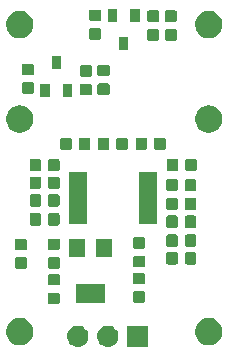
<source format=gts>
G04 #@! TF.GenerationSoftware,KiCad,Pcbnew,(5.1.2)-1*
G04 #@! TF.CreationDate,2020-07-25T21:03:26+09:00*
G04 #@! TF.ProjectId,cs,63732e6b-6963-4616-945f-706362585858,v1.1*
G04 #@! TF.SameCoordinates,Original*
G04 #@! TF.FileFunction,Soldermask,Top*
G04 #@! TF.FilePolarity,Negative*
%FSLAX46Y46*%
G04 Gerber Fmt 4.6, Leading zero omitted, Abs format (unit mm)*
G04 Created by KiCad (PCBNEW (5.1.2)-1) date 2020-07-25 21:03:26*
%MOMM*%
%LPD*%
G04 APERTURE LIST*
%ADD10C,0.100000*%
G04 APERTURE END LIST*
D10*
G36*
X142030442Y-137505518D02*
G01*
X142096627Y-137512037D01*
X142266466Y-137563557D01*
X142422991Y-137647222D01*
X142443759Y-137664266D01*
X142560186Y-137759814D01*
X142643448Y-137861271D01*
X142672778Y-137897009D01*
X142756443Y-138053534D01*
X142807963Y-138223373D01*
X142825359Y-138400000D01*
X142807963Y-138576627D01*
X142756443Y-138746466D01*
X142672778Y-138902991D01*
X142643448Y-138938729D01*
X142560186Y-139040186D01*
X142479054Y-139106768D01*
X142422991Y-139152778D01*
X142266466Y-139236443D01*
X142096627Y-139287963D01*
X142030443Y-139294481D01*
X141964260Y-139301000D01*
X141875740Y-139301000D01*
X141809557Y-139294481D01*
X141743373Y-139287963D01*
X141573534Y-139236443D01*
X141417009Y-139152778D01*
X141360946Y-139106768D01*
X141279814Y-139040186D01*
X141196552Y-138938729D01*
X141167222Y-138902991D01*
X141083557Y-138746466D01*
X141032037Y-138576627D01*
X141014641Y-138400000D01*
X141032037Y-138223373D01*
X141083557Y-138053534D01*
X141167222Y-137897009D01*
X141196552Y-137861271D01*
X141279814Y-137759814D01*
X141396241Y-137664266D01*
X141417009Y-137647222D01*
X141573534Y-137563557D01*
X141743373Y-137512037D01*
X141809558Y-137505518D01*
X141875740Y-137499000D01*
X141964260Y-137499000D01*
X142030442Y-137505518D01*
X142030442Y-137505518D01*
G37*
G36*
X144570442Y-137505518D02*
G01*
X144636627Y-137512037D01*
X144806466Y-137563557D01*
X144962991Y-137647222D01*
X144983759Y-137664266D01*
X145100186Y-137759814D01*
X145183448Y-137861271D01*
X145212778Y-137897009D01*
X145296443Y-138053534D01*
X145347963Y-138223373D01*
X145365359Y-138400000D01*
X145347963Y-138576627D01*
X145296443Y-138746466D01*
X145212778Y-138902991D01*
X145183448Y-138938729D01*
X145100186Y-139040186D01*
X145019054Y-139106768D01*
X144962991Y-139152778D01*
X144806466Y-139236443D01*
X144636627Y-139287963D01*
X144570443Y-139294481D01*
X144504260Y-139301000D01*
X144415740Y-139301000D01*
X144349557Y-139294481D01*
X144283373Y-139287963D01*
X144113534Y-139236443D01*
X143957009Y-139152778D01*
X143900946Y-139106768D01*
X143819814Y-139040186D01*
X143736552Y-138938729D01*
X143707222Y-138902991D01*
X143623557Y-138746466D01*
X143572037Y-138576627D01*
X143554641Y-138400000D01*
X143572037Y-138223373D01*
X143623557Y-138053534D01*
X143707222Y-137897009D01*
X143736552Y-137861271D01*
X143819814Y-137759814D01*
X143936241Y-137664266D01*
X143957009Y-137647222D01*
X144113534Y-137563557D01*
X144283373Y-137512037D01*
X144349558Y-137505518D01*
X144415740Y-137499000D01*
X144504260Y-137499000D01*
X144570442Y-137505518D01*
X144570442Y-137505518D01*
G37*
G36*
X147901000Y-139301000D02*
G01*
X146099000Y-139301000D01*
X146099000Y-137499000D01*
X147901000Y-137499000D01*
X147901000Y-139301000D01*
X147901000Y-139301000D01*
G37*
G36*
X153224549Y-136871116D02*
G01*
X153335734Y-136893232D01*
X153545203Y-136979997D01*
X153733720Y-137105960D01*
X153894040Y-137266280D01*
X154020003Y-137454797D01*
X154106768Y-137664266D01*
X154151000Y-137886636D01*
X154151000Y-138113364D01*
X154106768Y-138335734D01*
X154020003Y-138545203D01*
X153894040Y-138733720D01*
X153733720Y-138894040D01*
X153545203Y-139020003D01*
X153335734Y-139106768D01*
X153224549Y-139128884D01*
X153113365Y-139151000D01*
X152886635Y-139151000D01*
X152775451Y-139128884D01*
X152664266Y-139106768D01*
X152454797Y-139020003D01*
X152266280Y-138894040D01*
X152105960Y-138733720D01*
X151979997Y-138545203D01*
X151893232Y-138335734D01*
X151849000Y-138113364D01*
X151849000Y-137886636D01*
X151893232Y-137664266D01*
X151979997Y-137454797D01*
X152105960Y-137266280D01*
X152266280Y-137105960D01*
X152454797Y-136979997D01*
X152664266Y-136893232D01*
X152775451Y-136871116D01*
X152886635Y-136849000D01*
X153113365Y-136849000D01*
X153224549Y-136871116D01*
X153224549Y-136871116D01*
G37*
G36*
X137224549Y-136871116D02*
G01*
X137335734Y-136893232D01*
X137545203Y-136979997D01*
X137733720Y-137105960D01*
X137894040Y-137266280D01*
X138020003Y-137454797D01*
X138106768Y-137664266D01*
X138151000Y-137886636D01*
X138151000Y-138113364D01*
X138106768Y-138335734D01*
X138020003Y-138545203D01*
X137894040Y-138733720D01*
X137733720Y-138894040D01*
X137545203Y-139020003D01*
X137335734Y-139106768D01*
X137224549Y-139128884D01*
X137113365Y-139151000D01*
X136886635Y-139151000D01*
X136775451Y-139128884D01*
X136664266Y-139106768D01*
X136454797Y-139020003D01*
X136266280Y-138894040D01*
X136105960Y-138733720D01*
X135979997Y-138545203D01*
X135893232Y-138335734D01*
X135849000Y-138113364D01*
X135849000Y-137886636D01*
X135893232Y-137664266D01*
X135979997Y-137454797D01*
X136105960Y-137266280D01*
X136266280Y-137105960D01*
X136454797Y-136979997D01*
X136664266Y-136893232D01*
X136775451Y-136871116D01*
X136886635Y-136849000D01*
X137113365Y-136849000D01*
X137224549Y-136871116D01*
X137224549Y-136871116D01*
G37*
G36*
X140279591Y-134703085D02*
G01*
X140313569Y-134713393D01*
X140344890Y-134730134D01*
X140372339Y-134752661D01*
X140394866Y-134780110D01*
X140411607Y-134811431D01*
X140421915Y-134845409D01*
X140426000Y-134886890D01*
X140426000Y-135488110D01*
X140421915Y-135529591D01*
X140411607Y-135563569D01*
X140394866Y-135594890D01*
X140372339Y-135622339D01*
X140344890Y-135644866D01*
X140313569Y-135661607D01*
X140279591Y-135671915D01*
X140238110Y-135676000D01*
X139561890Y-135676000D01*
X139520409Y-135671915D01*
X139486431Y-135661607D01*
X139455110Y-135644866D01*
X139427661Y-135622339D01*
X139405134Y-135594890D01*
X139388393Y-135563569D01*
X139378085Y-135529591D01*
X139374000Y-135488110D01*
X139374000Y-134886890D01*
X139378085Y-134845409D01*
X139388393Y-134811431D01*
X139405134Y-134780110D01*
X139427661Y-134752661D01*
X139455110Y-134730134D01*
X139486431Y-134713393D01*
X139520409Y-134703085D01*
X139561890Y-134699000D01*
X140238110Y-134699000D01*
X140279591Y-134703085D01*
X140279591Y-134703085D01*
G37*
G36*
X144200350Y-135598620D02*
G01*
X141799650Y-135598620D01*
X141799650Y-133998020D01*
X144200350Y-133998020D01*
X144200350Y-135598620D01*
X144200350Y-135598620D01*
G37*
G36*
X147479591Y-134591085D02*
G01*
X147513569Y-134601393D01*
X147544890Y-134618134D01*
X147572339Y-134640661D01*
X147594866Y-134668110D01*
X147611607Y-134699431D01*
X147621915Y-134733409D01*
X147626000Y-134774890D01*
X147626000Y-135376110D01*
X147621915Y-135417591D01*
X147611607Y-135451569D01*
X147594866Y-135482890D01*
X147572339Y-135510339D01*
X147544890Y-135532866D01*
X147513569Y-135549607D01*
X147479591Y-135559915D01*
X147438110Y-135564000D01*
X146761890Y-135564000D01*
X146720409Y-135559915D01*
X146686431Y-135549607D01*
X146655110Y-135532866D01*
X146627661Y-135510339D01*
X146605134Y-135482890D01*
X146588393Y-135451569D01*
X146578085Y-135417591D01*
X146574000Y-135376110D01*
X146574000Y-134774890D01*
X146578085Y-134733409D01*
X146588393Y-134699431D01*
X146605134Y-134668110D01*
X146627661Y-134640661D01*
X146655110Y-134618134D01*
X146686431Y-134601393D01*
X146720409Y-134591085D01*
X146761890Y-134587000D01*
X147438110Y-134587000D01*
X147479591Y-134591085D01*
X147479591Y-134591085D01*
G37*
G36*
X140279591Y-133128085D02*
G01*
X140313569Y-133138393D01*
X140344890Y-133155134D01*
X140372339Y-133177661D01*
X140394866Y-133205110D01*
X140411607Y-133236431D01*
X140421915Y-133270409D01*
X140426000Y-133311890D01*
X140426000Y-133913110D01*
X140421915Y-133954591D01*
X140411607Y-133988569D01*
X140394866Y-134019890D01*
X140372339Y-134047339D01*
X140344890Y-134069866D01*
X140313569Y-134086607D01*
X140279591Y-134096915D01*
X140238110Y-134101000D01*
X139561890Y-134101000D01*
X139520409Y-134096915D01*
X139486431Y-134086607D01*
X139455110Y-134069866D01*
X139427661Y-134047339D01*
X139405134Y-134019890D01*
X139388393Y-133988569D01*
X139378085Y-133954591D01*
X139374000Y-133913110D01*
X139374000Y-133311890D01*
X139378085Y-133270409D01*
X139388393Y-133236431D01*
X139405134Y-133205110D01*
X139427661Y-133177661D01*
X139455110Y-133155134D01*
X139486431Y-133138393D01*
X139520409Y-133128085D01*
X139561890Y-133124000D01*
X140238110Y-133124000D01*
X140279591Y-133128085D01*
X140279591Y-133128085D01*
G37*
G36*
X147479591Y-133016085D02*
G01*
X147513569Y-133026393D01*
X147544890Y-133043134D01*
X147572339Y-133065661D01*
X147594866Y-133093110D01*
X147611607Y-133124431D01*
X147621915Y-133158409D01*
X147626000Y-133199890D01*
X147626000Y-133801110D01*
X147621915Y-133842591D01*
X147611607Y-133876569D01*
X147594866Y-133907890D01*
X147572339Y-133935339D01*
X147544890Y-133957866D01*
X147513569Y-133974607D01*
X147479591Y-133984915D01*
X147438110Y-133989000D01*
X146761890Y-133989000D01*
X146720409Y-133984915D01*
X146686431Y-133974607D01*
X146655110Y-133957866D01*
X146627661Y-133935339D01*
X146605134Y-133907890D01*
X146588393Y-133876569D01*
X146578085Y-133842591D01*
X146574000Y-133801110D01*
X146574000Y-133199890D01*
X146578085Y-133158409D01*
X146588393Y-133124431D01*
X146605134Y-133093110D01*
X146627661Y-133065661D01*
X146655110Y-133043134D01*
X146686431Y-133026393D01*
X146720409Y-133016085D01*
X146761890Y-133012000D01*
X147438110Y-133012000D01*
X147479591Y-133016085D01*
X147479591Y-133016085D01*
G37*
G36*
X137479591Y-131715085D02*
G01*
X137513569Y-131725393D01*
X137544890Y-131742134D01*
X137572339Y-131764661D01*
X137594866Y-131792110D01*
X137611607Y-131823431D01*
X137621915Y-131857409D01*
X137626000Y-131898890D01*
X137626000Y-132500110D01*
X137621915Y-132541591D01*
X137611607Y-132575569D01*
X137594866Y-132606890D01*
X137572339Y-132634339D01*
X137544890Y-132656866D01*
X137513569Y-132673607D01*
X137479591Y-132683915D01*
X137438110Y-132688000D01*
X136761890Y-132688000D01*
X136720409Y-132683915D01*
X136686431Y-132673607D01*
X136655110Y-132656866D01*
X136627661Y-132634339D01*
X136605134Y-132606890D01*
X136588393Y-132575569D01*
X136578085Y-132541591D01*
X136574000Y-132500110D01*
X136574000Y-131898890D01*
X136578085Y-131857409D01*
X136588393Y-131823431D01*
X136605134Y-131792110D01*
X136627661Y-131764661D01*
X136655110Y-131742134D01*
X136686431Y-131725393D01*
X136720409Y-131715085D01*
X136761890Y-131711000D01*
X137438110Y-131711000D01*
X137479591Y-131715085D01*
X137479591Y-131715085D01*
G37*
G36*
X140279591Y-131703085D02*
G01*
X140313569Y-131713393D01*
X140344890Y-131730134D01*
X140372339Y-131752661D01*
X140394866Y-131780110D01*
X140411607Y-131811431D01*
X140421915Y-131845409D01*
X140426000Y-131886890D01*
X140426000Y-132488110D01*
X140421915Y-132529591D01*
X140411607Y-132563569D01*
X140394866Y-132594890D01*
X140372339Y-132622339D01*
X140344890Y-132644866D01*
X140313569Y-132661607D01*
X140279591Y-132671915D01*
X140238110Y-132676000D01*
X139561890Y-132676000D01*
X139520409Y-132671915D01*
X139486431Y-132661607D01*
X139455110Y-132644866D01*
X139427661Y-132622339D01*
X139405134Y-132594890D01*
X139388393Y-132563569D01*
X139378085Y-132529591D01*
X139374000Y-132488110D01*
X139374000Y-131886890D01*
X139378085Y-131845409D01*
X139388393Y-131811431D01*
X139405134Y-131780110D01*
X139427661Y-131752661D01*
X139455110Y-131730134D01*
X139486431Y-131713393D01*
X139520409Y-131703085D01*
X139561890Y-131699000D01*
X140238110Y-131699000D01*
X140279591Y-131703085D01*
X140279591Y-131703085D01*
G37*
G36*
X147504591Y-131591085D02*
G01*
X147538569Y-131601393D01*
X147569890Y-131618134D01*
X147597339Y-131640661D01*
X147619866Y-131668110D01*
X147636607Y-131699431D01*
X147646915Y-131733409D01*
X147651000Y-131774890D01*
X147651000Y-132376110D01*
X147646915Y-132417591D01*
X147636607Y-132451569D01*
X147619866Y-132482890D01*
X147597339Y-132510339D01*
X147569890Y-132532866D01*
X147538569Y-132549607D01*
X147504591Y-132559915D01*
X147463110Y-132564000D01*
X146786890Y-132564000D01*
X146745409Y-132559915D01*
X146711431Y-132549607D01*
X146680110Y-132532866D01*
X146652661Y-132510339D01*
X146630134Y-132482890D01*
X146613393Y-132451569D01*
X146603085Y-132417591D01*
X146599000Y-132376110D01*
X146599000Y-131774890D01*
X146603085Y-131733409D01*
X146613393Y-131699431D01*
X146630134Y-131668110D01*
X146652661Y-131640661D01*
X146680110Y-131618134D01*
X146711431Y-131601393D01*
X146745409Y-131591085D01*
X146786890Y-131587000D01*
X147463110Y-131587000D01*
X147504591Y-131591085D01*
X147504591Y-131591085D01*
G37*
G36*
X151817591Y-131278085D02*
G01*
X151851569Y-131288393D01*
X151882890Y-131305134D01*
X151910339Y-131327661D01*
X151932866Y-131355110D01*
X151949607Y-131386431D01*
X151959915Y-131420409D01*
X151964000Y-131461890D01*
X151964000Y-132138110D01*
X151959915Y-132179591D01*
X151949607Y-132213569D01*
X151932866Y-132244890D01*
X151910339Y-132272339D01*
X151882890Y-132294866D01*
X151851569Y-132311607D01*
X151817591Y-132321915D01*
X151776110Y-132326000D01*
X151174890Y-132326000D01*
X151133409Y-132321915D01*
X151099431Y-132311607D01*
X151068110Y-132294866D01*
X151040661Y-132272339D01*
X151018134Y-132244890D01*
X151001393Y-132213569D01*
X150991085Y-132179591D01*
X150987000Y-132138110D01*
X150987000Y-131461890D01*
X150991085Y-131420409D01*
X151001393Y-131386431D01*
X151018134Y-131355110D01*
X151040661Y-131327661D01*
X151068110Y-131305134D01*
X151099431Y-131288393D01*
X151133409Y-131278085D01*
X151174890Y-131274000D01*
X151776110Y-131274000D01*
X151817591Y-131278085D01*
X151817591Y-131278085D01*
G37*
G36*
X150242591Y-131278085D02*
G01*
X150276569Y-131288393D01*
X150307890Y-131305134D01*
X150335339Y-131327661D01*
X150357866Y-131355110D01*
X150374607Y-131386431D01*
X150384915Y-131420409D01*
X150389000Y-131461890D01*
X150389000Y-132138110D01*
X150384915Y-132179591D01*
X150374607Y-132213569D01*
X150357866Y-132244890D01*
X150335339Y-132272339D01*
X150307890Y-132294866D01*
X150276569Y-132311607D01*
X150242591Y-132321915D01*
X150201110Y-132326000D01*
X149599890Y-132326000D01*
X149558409Y-132321915D01*
X149524431Y-132311607D01*
X149493110Y-132294866D01*
X149465661Y-132272339D01*
X149443134Y-132244890D01*
X149426393Y-132213569D01*
X149416085Y-132179591D01*
X149412000Y-132138110D01*
X149412000Y-131461890D01*
X149416085Y-131420409D01*
X149426393Y-131386431D01*
X149443134Y-131355110D01*
X149465661Y-131327661D01*
X149493110Y-131305134D01*
X149524431Y-131288393D01*
X149558409Y-131278085D01*
X149599890Y-131274000D01*
X150201110Y-131274000D01*
X150242591Y-131278085D01*
X150242591Y-131278085D01*
G37*
G36*
X142551890Y-131700990D02*
G01*
X141151950Y-131700990D01*
X141151950Y-130199450D01*
X142551890Y-130199450D01*
X142551890Y-131700990D01*
X142551890Y-131700990D01*
G37*
G36*
X144848050Y-131700990D02*
G01*
X143448110Y-131700990D01*
X143448110Y-130199450D01*
X144848050Y-130199450D01*
X144848050Y-131700990D01*
X144848050Y-131700990D01*
G37*
G36*
X137479591Y-130140085D02*
G01*
X137513569Y-130150393D01*
X137544890Y-130167134D01*
X137572339Y-130189661D01*
X137594866Y-130217110D01*
X137611607Y-130248431D01*
X137621915Y-130282409D01*
X137626000Y-130323890D01*
X137626000Y-130925110D01*
X137621915Y-130966591D01*
X137611607Y-131000569D01*
X137594866Y-131031890D01*
X137572339Y-131059339D01*
X137544890Y-131081866D01*
X137513569Y-131098607D01*
X137479591Y-131108915D01*
X137438110Y-131113000D01*
X136761890Y-131113000D01*
X136720409Y-131108915D01*
X136686431Y-131098607D01*
X136655110Y-131081866D01*
X136627661Y-131059339D01*
X136605134Y-131031890D01*
X136588393Y-131000569D01*
X136578085Y-130966591D01*
X136574000Y-130925110D01*
X136574000Y-130323890D01*
X136578085Y-130282409D01*
X136588393Y-130248431D01*
X136605134Y-130217110D01*
X136627661Y-130189661D01*
X136655110Y-130167134D01*
X136686431Y-130150393D01*
X136720409Y-130140085D01*
X136761890Y-130136000D01*
X137438110Y-130136000D01*
X137479591Y-130140085D01*
X137479591Y-130140085D01*
G37*
G36*
X140279591Y-130128085D02*
G01*
X140313569Y-130138393D01*
X140344890Y-130155134D01*
X140372339Y-130177661D01*
X140394866Y-130205110D01*
X140411607Y-130236431D01*
X140421915Y-130270409D01*
X140426000Y-130311890D01*
X140426000Y-130913110D01*
X140421915Y-130954591D01*
X140411607Y-130988569D01*
X140394866Y-131019890D01*
X140372339Y-131047339D01*
X140344890Y-131069866D01*
X140313569Y-131086607D01*
X140279591Y-131096915D01*
X140238110Y-131101000D01*
X139561890Y-131101000D01*
X139520409Y-131096915D01*
X139486431Y-131086607D01*
X139455110Y-131069866D01*
X139427661Y-131047339D01*
X139405134Y-131019890D01*
X139388393Y-130988569D01*
X139378085Y-130954591D01*
X139374000Y-130913110D01*
X139374000Y-130311890D01*
X139378085Y-130270409D01*
X139388393Y-130236431D01*
X139405134Y-130205110D01*
X139427661Y-130177661D01*
X139455110Y-130155134D01*
X139486431Y-130138393D01*
X139520409Y-130128085D01*
X139561890Y-130124000D01*
X140238110Y-130124000D01*
X140279591Y-130128085D01*
X140279591Y-130128085D01*
G37*
G36*
X147504591Y-130016085D02*
G01*
X147538569Y-130026393D01*
X147569890Y-130043134D01*
X147597339Y-130065661D01*
X147619866Y-130093110D01*
X147636607Y-130124431D01*
X147646915Y-130158409D01*
X147651000Y-130199890D01*
X147651000Y-130801110D01*
X147646915Y-130842591D01*
X147636607Y-130876569D01*
X147619866Y-130907890D01*
X147597339Y-130935339D01*
X147569890Y-130957866D01*
X147538569Y-130974607D01*
X147504591Y-130984915D01*
X147463110Y-130989000D01*
X146786890Y-130989000D01*
X146745409Y-130984915D01*
X146711431Y-130974607D01*
X146680110Y-130957866D01*
X146652661Y-130935339D01*
X146630134Y-130907890D01*
X146613393Y-130876569D01*
X146603085Y-130842591D01*
X146599000Y-130801110D01*
X146599000Y-130199890D01*
X146603085Y-130158409D01*
X146613393Y-130124431D01*
X146630134Y-130093110D01*
X146652661Y-130065661D01*
X146680110Y-130043134D01*
X146711431Y-130026393D01*
X146745409Y-130016085D01*
X146786890Y-130012000D01*
X147463110Y-130012000D01*
X147504591Y-130016085D01*
X147504591Y-130016085D01*
G37*
G36*
X150242591Y-129778085D02*
G01*
X150276569Y-129788393D01*
X150307890Y-129805134D01*
X150335339Y-129827661D01*
X150357866Y-129855110D01*
X150374607Y-129886431D01*
X150384915Y-129920409D01*
X150389000Y-129961890D01*
X150389000Y-130638110D01*
X150384915Y-130679591D01*
X150374607Y-130713569D01*
X150357866Y-130744890D01*
X150335339Y-130772339D01*
X150307890Y-130794866D01*
X150276569Y-130811607D01*
X150242591Y-130821915D01*
X150201110Y-130826000D01*
X149599890Y-130826000D01*
X149558409Y-130821915D01*
X149524431Y-130811607D01*
X149493110Y-130794866D01*
X149465661Y-130772339D01*
X149443134Y-130744890D01*
X149426393Y-130713569D01*
X149416085Y-130679591D01*
X149412000Y-130638110D01*
X149412000Y-129961890D01*
X149416085Y-129920409D01*
X149426393Y-129886431D01*
X149443134Y-129855110D01*
X149465661Y-129827661D01*
X149493110Y-129805134D01*
X149524431Y-129788393D01*
X149558409Y-129778085D01*
X149599890Y-129774000D01*
X150201110Y-129774000D01*
X150242591Y-129778085D01*
X150242591Y-129778085D01*
G37*
G36*
X151817591Y-129778085D02*
G01*
X151851569Y-129788393D01*
X151882890Y-129805134D01*
X151910339Y-129827661D01*
X151932866Y-129855110D01*
X151949607Y-129886431D01*
X151959915Y-129920409D01*
X151964000Y-129961890D01*
X151964000Y-130638110D01*
X151959915Y-130679591D01*
X151949607Y-130713569D01*
X151932866Y-130744890D01*
X151910339Y-130772339D01*
X151882890Y-130794866D01*
X151851569Y-130811607D01*
X151817591Y-130821915D01*
X151776110Y-130826000D01*
X151174890Y-130826000D01*
X151133409Y-130821915D01*
X151099431Y-130811607D01*
X151068110Y-130794866D01*
X151040661Y-130772339D01*
X151018134Y-130744890D01*
X151001393Y-130713569D01*
X150991085Y-130679591D01*
X150987000Y-130638110D01*
X150987000Y-129961890D01*
X150991085Y-129920409D01*
X151001393Y-129886431D01*
X151018134Y-129855110D01*
X151040661Y-129827661D01*
X151068110Y-129805134D01*
X151099431Y-129788393D01*
X151133409Y-129778085D01*
X151174890Y-129774000D01*
X151776110Y-129774000D01*
X151817591Y-129778085D01*
X151817591Y-129778085D01*
G37*
G36*
X150242591Y-128178085D02*
G01*
X150276569Y-128188393D01*
X150307890Y-128205134D01*
X150335339Y-128227661D01*
X150357866Y-128255110D01*
X150374607Y-128286431D01*
X150384915Y-128320409D01*
X150389000Y-128361890D01*
X150389000Y-129038110D01*
X150384915Y-129079591D01*
X150374607Y-129113569D01*
X150357866Y-129144890D01*
X150335339Y-129172339D01*
X150307890Y-129194866D01*
X150276569Y-129211607D01*
X150242591Y-129221915D01*
X150201110Y-129226000D01*
X149599890Y-129226000D01*
X149558409Y-129221915D01*
X149524431Y-129211607D01*
X149493110Y-129194866D01*
X149465661Y-129172339D01*
X149443134Y-129144890D01*
X149426393Y-129113569D01*
X149416085Y-129079591D01*
X149412000Y-129038110D01*
X149412000Y-128361890D01*
X149416085Y-128320409D01*
X149426393Y-128286431D01*
X149443134Y-128255110D01*
X149465661Y-128227661D01*
X149493110Y-128205134D01*
X149524431Y-128188393D01*
X149558409Y-128178085D01*
X149599890Y-128174000D01*
X150201110Y-128174000D01*
X150242591Y-128178085D01*
X150242591Y-128178085D01*
G37*
G36*
X151817591Y-128178085D02*
G01*
X151851569Y-128188393D01*
X151882890Y-128205134D01*
X151910339Y-128227661D01*
X151932866Y-128255110D01*
X151949607Y-128286431D01*
X151959915Y-128320409D01*
X151964000Y-128361890D01*
X151964000Y-129038110D01*
X151959915Y-129079591D01*
X151949607Y-129113569D01*
X151932866Y-129144890D01*
X151910339Y-129172339D01*
X151882890Y-129194866D01*
X151851569Y-129211607D01*
X151817591Y-129221915D01*
X151776110Y-129226000D01*
X151174890Y-129226000D01*
X151133409Y-129221915D01*
X151099431Y-129211607D01*
X151068110Y-129194866D01*
X151040661Y-129172339D01*
X151018134Y-129144890D01*
X151001393Y-129113569D01*
X150991085Y-129079591D01*
X150987000Y-129038110D01*
X150987000Y-128361890D01*
X150991085Y-128320409D01*
X151001393Y-128286431D01*
X151018134Y-128255110D01*
X151040661Y-128227661D01*
X151068110Y-128205134D01*
X151099431Y-128188393D01*
X151133409Y-128178085D01*
X151174890Y-128174000D01*
X151776110Y-128174000D01*
X151817591Y-128178085D01*
X151817591Y-128178085D01*
G37*
G36*
X138666591Y-127978085D02*
G01*
X138700569Y-127988393D01*
X138731890Y-128005134D01*
X138759339Y-128027661D01*
X138781866Y-128055110D01*
X138798607Y-128086431D01*
X138808915Y-128120409D01*
X138813000Y-128161890D01*
X138813000Y-128838110D01*
X138808915Y-128879591D01*
X138798607Y-128913569D01*
X138781866Y-128944890D01*
X138759339Y-128972339D01*
X138731890Y-128994866D01*
X138700569Y-129011607D01*
X138666591Y-129021915D01*
X138625110Y-129026000D01*
X138023890Y-129026000D01*
X137982409Y-129021915D01*
X137948431Y-129011607D01*
X137917110Y-128994866D01*
X137889661Y-128972339D01*
X137867134Y-128944890D01*
X137850393Y-128913569D01*
X137840085Y-128879591D01*
X137836000Y-128838110D01*
X137836000Y-128161890D01*
X137840085Y-128120409D01*
X137850393Y-128086431D01*
X137867134Y-128055110D01*
X137889661Y-128027661D01*
X137917110Y-128005134D01*
X137948431Y-127988393D01*
X137982409Y-127978085D01*
X138023890Y-127974000D01*
X138625110Y-127974000D01*
X138666591Y-127978085D01*
X138666591Y-127978085D01*
G37*
G36*
X140241591Y-127978085D02*
G01*
X140275569Y-127988393D01*
X140306890Y-128005134D01*
X140334339Y-128027661D01*
X140356866Y-128055110D01*
X140373607Y-128086431D01*
X140383915Y-128120409D01*
X140388000Y-128161890D01*
X140388000Y-128838110D01*
X140383915Y-128879591D01*
X140373607Y-128913569D01*
X140356866Y-128944890D01*
X140334339Y-128972339D01*
X140306890Y-128994866D01*
X140275569Y-129011607D01*
X140241591Y-129021915D01*
X140200110Y-129026000D01*
X139598890Y-129026000D01*
X139557409Y-129021915D01*
X139523431Y-129011607D01*
X139492110Y-128994866D01*
X139464661Y-128972339D01*
X139442134Y-128944890D01*
X139425393Y-128913569D01*
X139415085Y-128879591D01*
X139411000Y-128838110D01*
X139411000Y-128161890D01*
X139415085Y-128120409D01*
X139425393Y-128086431D01*
X139442134Y-128055110D01*
X139464661Y-128027661D01*
X139492110Y-128005134D01*
X139523431Y-127988393D01*
X139557409Y-127978085D01*
X139598890Y-127974000D01*
X140200110Y-127974000D01*
X140241591Y-127978085D01*
X140241591Y-127978085D01*
G37*
G36*
X142726000Y-128926000D02*
G01*
X141174000Y-128926000D01*
X141174000Y-124474000D01*
X142726000Y-124474000D01*
X142726000Y-128926000D01*
X142726000Y-128926000D01*
G37*
G36*
X148626000Y-128926000D02*
G01*
X147074000Y-128926000D01*
X147074000Y-124474000D01*
X148626000Y-124474000D01*
X148626000Y-128926000D01*
X148626000Y-128926000D01*
G37*
G36*
X150242591Y-126678085D02*
G01*
X150276569Y-126688393D01*
X150307890Y-126705134D01*
X150335339Y-126727661D01*
X150357866Y-126755110D01*
X150374607Y-126786431D01*
X150384915Y-126820409D01*
X150389000Y-126861890D01*
X150389000Y-127538110D01*
X150384915Y-127579591D01*
X150374607Y-127613569D01*
X150357866Y-127644890D01*
X150335339Y-127672339D01*
X150307890Y-127694866D01*
X150276569Y-127711607D01*
X150242591Y-127721915D01*
X150201110Y-127726000D01*
X149599890Y-127726000D01*
X149558409Y-127721915D01*
X149524431Y-127711607D01*
X149493110Y-127694866D01*
X149465661Y-127672339D01*
X149443134Y-127644890D01*
X149426393Y-127613569D01*
X149416085Y-127579591D01*
X149412000Y-127538110D01*
X149412000Y-126861890D01*
X149416085Y-126820409D01*
X149426393Y-126786431D01*
X149443134Y-126755110D01*
X149465661Y-126727661D01*
X149493110Y-126705134D01*
X149524431Y-126688393D01*
X149558409Y-126678085D01*
X149599890Y-126674000D01*
X150201110Y-126674000D01*
X150242591Y-126678085D01*
X150242591Y-126678085D01*
G37*
G36*
X151817591Y-126678085D02*
G01*
X151851569Y-126688393D01*
X151882890Y-126705134D01*
X151910339Y-126727661D01*
X151932866Y-126755110D01*
X151949607Y-126786431D01*
X151959915Y-126820409D01*
X151964000Y-126861890D01*
X151964000Y-127538110D01*
X151959915Y-127579591D01*
X151949607Y-127613569D01*
X151932866Y-127644890D01*
X151910339Y-127672339D01*
X151882890Y-127694866D01*
X151851569Y-127711607D01*
X151817591Y-127721915D01*
X151776110Y-127726000D01*
X151174890Y-127726000D01*
X151133409Y-127721915D01*
X151099431Y-127711607D01*
X151068110Y-127694866D01*
X151040661Y-127672339D01*
X151018134Y-127644890D01*
X151001393Y-127613569D01*
X150991085Y-127579591D01*
X150987000Y-127538110D01*
X150987000Y-126861890D01*
X150991085Y-126820409D01*
X151001393Y-126786431D01*
X151018134Y-126755110D01*
X151040661Y-126727661D01*
X151068110Y-126705134D01*
X151099431Y-126688393D01*
X151133409Y-126678085D01*
X151174890Y-126674000D01*
X151776110Y-126674000D01*
X151817591Y-126678085D01*
X151817591Y-126678085D01*
G37*
G36*
X140241591Y-126378085D02*
G01*
X140275569Y-126388393D01*
X140306890Y-126405134D01*
X140334339Y-126427661D01*
X140356866Y-126455110D01*
X140373607Y-126486431D01*
X140383915Y-126520409D01*
X140388000Y-126561890D01*
X140388000Y-127238110D01*
X140383915Y-127279591D01*
X140373607Y-127313569D01*
X140356866Y-127344890D01*
X140334339Y-127372339D01*
X140306890Y-127394866D01*
X140275569Y-127411607D01*
X140241591Y-127421915D01*
X140200110Y-127426000D01*
X139598890Y-127426000D01*
X139557409Y-127421915D01*
X139523431Y-127411607D01*
X139492110Y-127394866D01*
X139464661Y-127372339D01*
X139442134Y-127344890D01*
X139425393Y-127313569D01*
X139415085Y-127279591D01*
X139411000Y-127238110D01*
X139411000Y-126561890D01*
X139415085Y-126520409D01*
X139425393Y-126486431D01*
X139442134Y-126455110D01*
X139464661Y-126427661D01*
X139492110Y-126405134D01*
X139523431Y-126388393D01*
X139557409Y-126378085D01*
X139598890Y-126374000D01*
X140200110Y-126374000D01*
X140241591Y-126378085D01*
X140241591Y-126378085D01*
G37*
G36*
X138666591Y-126378085D02*
G01*
X138700569Y-126388393D01*
X138731890Y-126405134D01*
X138759339Y-126427661D01*
X138781866Y-126455110D01*
X138798607Y-126486431D01*
X138808915Y-126520409D01*
X138813000Y-126561890D01*
X138813000Y-127238110D01*
X138808915Y-127279591D01*
X138798607Y-127313569D01*
X138781866Y-127344890D01*
X138759339Y-127372339D01*
X138731890Y-127394866D01*
X138700569Y-127411607D01*
X138666591Y-127421915D01*
X138625110Y-127426000D01*
X138023890Y-127426000D01*
X137982409Y-127421915D01*
X137948431Y-127411607D01*
X137917110Y-127394866D01*
X137889661Y-127372339D01*
X137867134Y-127344890D01*
X137850393Y-127313569D01*
X137840085Y-127279591D01*
X137836000Y-127238110D01*
X137836000Y-126561890D01*
X137840085Y-126520409D01*
X137850393Y-126486431D01*
X137867134Y-126455110D01*
X137889661Y-126427661D01*
X137917110Y-126405134D01*
X137948431Y-126388393D01*
X137982409Y-126378085D01*
X138023890Y-126374000D01*
X138625110Y-126374000D01*
X138666591Y-126378085D01*
X138666591Y-126378085D01*
G37*
G36*
X150242591Y-125078085D02*
G01*
X150276569Y-125088393D01*
X150307890Y-125105134D01*
X150335339Y-125127661D01*
X150357866Y-125155110D01*
X150374607Y-125186431D01*
X150384915Y-125220409D01*
X150389000Y-125261890D01*
X150389000Y-125938110D01*
X150384915Y-125979591D01*
X150374607Y-126013569D01*
X150357866Y-126044890D01*
X150335339Y-126072339D01*
X150307890Y-126094866D01*
X150276569Y-126111607D01*
X150242591Y-126121915D01*
X150201110Y-126126000D01*
X149599890Y-126126000D01*
X149558409Y-126121915D01*
X149524431Y-126111607D01*
X149493110Y-126094866D01*
X149465661Y-126072339D01*
X149443134Y-126044890D01*
X149426393Y-126013569D01*
X149416085Y-125979591D01*
X149412000Y-125938110D01*
X149412000Y-125261890D01*
X149416085Y-125220409D01*
X149426393Y-125186431D01*
X149443134Y-125155110D01*
X149465661Y-125127661D01*
X149493110Y-125105134D01*
X149524431Y-125088393D01*
X149558409Y-125078085D01*
X149599890Y-125074000D01*
X150201110Y-125074000D01*
X150242591Y-125078085D01*
X150242591Y-125078085D01*
G37*
G36*
X151817591Y-125078085D02*
G01*
X151851569Y-125088393D01*
X151882890Y-125105134D01*
X151910339Y-125127661D01*
X151932866Y-125155110D01*
X151949607Y-125186431D01*
X151959915Y-125220409D01*
X151964000Y-125261890D01*
X151964000Y-125938110D01*
X151959915Y-125979591D01*
X151949607Y-126013569D01*
X151932866Y-126044890D01*
X151910339Y-126072339D01*
X151882890Y-126094866D01*
X151851569Y-126111607D01*
X151817591Y-126121915D01*
X151776110Y-126126000D01*
X151174890Y-126126000D01*
X151133409Y-126121915D01*
X151099431Y-126111607D01*
X151068110Y-126094866D01*
X151040661Y-126072339D01*
X151018134Y-126044890D01*
X151001393Y-126013569D01*
X150991085Y-125979591D01*
X150987000Y-125938110D01*
X150987000Y-125261890D01*
X150991085Y-125220409D01*
X151001393Y-125186431D01*
X151018134Y-125155110D01*
X151040661Y-125127661D01*
X151068110Y-125105134D01*
X151099431Y-125088393D01*
X151133409Y-125078085D01*
X151174890Y-125074000D01*
X151776110Y-125074000D01*
X151817591Y-125078085D01*
X151817591Y-125078085D01*
G37*
G36*
X138666591Y-124878085D02*
G01*
X138700569Y-124888393D01*
X138731890Y-124905134D01*
X138759339Y-124927661D01*
X138781866Y-124955110D01*
X138798607Y-124986431D01*
X138808915Y-125020409D01*
X138813000Y-125061890D01*
X138813000Y-125738110D01*
X138808915Y-125779591D01*
X138798607Y-125813569D01*
X138781866Y-125844890D01*
X138759339Y-125872339D01*
X138731890Y-125894866D01*
X138700569Y-125911607D01*
X138666591Y-125921915D01*
X138625110Y-125926000D01*
X138023890Y-125926000D01*
X137982409Y-125921915D01*
X137948431Y-125911607D01*
X137917110Y-125894866D01*
X137889661Y-125872339D01*
X137867134Y-125844890D01*
X137850393Y-125813569D01*
X137840085Y-125779591D01*
X137836000Y-125738110D01*
X137836000Y-125061890D01*
X137840085Y-125020409D01*
X137850393Y-124986431D01*
X137867134Y-124955110D01*
X137889661Y-124927661D01*
X137917110Y-124905134D01*
X137948431Y-124888393D01*
X137982409Y-124878085D01*
X138023890Y-124874000D01*
X138625110Y-124874000D01*
X138666591Y-124878085D01*
X138666591Y-124878085D01*
G37*
G36*
X140241591Y-124878085D02*
G01*
X140275569Y-124888393D01*
X140306890Y-124905134D01*
X140334339Y-124927661D01*
X140356866Y-124955110D01*
X140373607Y-124986431D01*
X140383915Y-125020409D01*
X140388000Y-125061890D01*
X140388000Y-125738110D01*
X140383915Y-125779591D01*
X140373607Y-125813569D01*
X140356866Y-125844890D01*
X140334339Y-125872339D01*
X140306890Y-125894866D01*
X140275569Y-125911607D01*
X140241591Y-125921915D01*
X140200110Y-125926000D01*
X139598890Y-125926000D01*
X139557409Y-125921915D01*
X139523431Y-125911607D01*
X139492110Y-125894866D01*
X139464661Y-125872339D01*
X139442134Y-125844890D01*
X139425393Y-125813569D01*
X139415085Y-125779591D01*
X139411000Y-125738110D01*
X139411000Y-125061890D01*
X139415085Y-125020409D01*
X139425393Y-124986431D01*
X139442134Y-124955110D01*
X139464661Y-124927661D01*
X139492110Y-124905134D01*
X139523431Y-124888393D01*
X139557409Y-124878085D01*
X139598890Y-124874000D01*
X140200110Y-124874000D01*
X140241591Y-124878085D01*
X140241591Y-124878085D01*
G37*
G36*
X140241591Y-123378085D02*
G01*
X140275569Y-123388393D01*
X140306890Y-123405134D01*
X140334339Y-123427661D01*
X140356866Y-123455110D01*
X140373607Y-123486431D01*
X140383915Y-123520409D01*
X140388000Y-123561890D01*
X140388000Y-124238110D01*
X140383915Y-124279591D01*
X140373607Y-124313569D01*
X140356866Y-124344890D01*
X140334339Y-124372339D01*
X140306890Y-124394866D01*
X140275569Y-124411607D01*
X140241591Y-124421915D01*
X140200110Y-124426000D01*
X139598890Y-124426000D01*
X139557409Y-124421915D01*
X139523431Y-124411607D01*
X139492110Y-124394866D01*
X139464661Y-124372339D01*
X139442134Y-124344890D01*
X139425393Y-124313569D01*
X139415085Y-124279591D01*
X139411000Y-124238110D01*
X139411000Y-123561890D01*
X139415085Y-123520409D01*
X139425393Y-123486431D01*
X139442134Y-123455110D01*
X139464661Y-123427661D01*
X139492110Y-123405134D01*
X139523431Y-123388393D01*
X139557409Y-123378085D01*
X139598890Y-123374000D01*
X140200110Y-123374000D01*
X140241591Y-123378085D01*
X140241591Y-123378085D01*
G37*
G36*
X138666591Y-123378085D02*
G01*
X138700569Y-123388393D01*
X138731890Y-123405134D01*
X138759339Y-123427661D01*
X138781866Y-123455110D01*
X138798607Y-123486431D01*
X138808915Y-123520409D01*
X138813000Y-123561890D01*
X138813000Y-124238110D01*
X138808915Y-124279591D01*
X138798607Y-124313569D01*
X138781866Y-124344890D01*
X138759339Y-124372339D01*
X138731890Y-124394866D01*
X138700569Y-124411607D01*
X138666591Y-124421915D01*
X138625110Y-124426000D01*
X138023890Y-124426000D01*
X137982409Y-124421915D01*
X137948431Y-124411607D01*
X137917110Y-124394866D01*
X137889661Y-124372339D01*
X137867134Y-124344890D01*
X137850393Y-124313569D01*
X137840085Y-124279591D01*
X137836000Y-124238110D01*
X137836000Y-123561890D01*
X137840085Y-123520409D01*
X137850393Y-123486431D01*
X137867134Y-123455110D01*
X137889661Y-123427661D01*
X137917110Y-123405134D01*
X137948431Y-123388393D01*
X137982409Y-123378085D01*
X138023890Y-123374000D01*
X138625110Y-123374000D01*
X138666591Y-123378085D01*
X138666591Y-123378085D01*
G37*
G36*
X151857591Y-123378085D02*
G01*
X151891569Y-123388393D01*
X151922890Y-123405134D01*
X151950339Y-123427661D01*
X151972866Y-123455110D01*
X151989607Y-123486431D01*
X151999915Y-123520409D01*
X152004000Y-123561890D01*
X152004000Y-124238110D01*
X151999915Y-124279591D01*
X151989607Y-124313569D01*
X151972866Y-124344890D01*
X151950339Y-124372339D01*
X151922890Y-124394866D01*
X151891569Y-124411607D01*
X151857591Y-124421915D01*
X151816110Y-124426000D01*
X151214890Y-124426000D01*
X151173409Y-124421915D01*
X151139431Y-124411607D01*
X151108110Y-124394866D01*
X151080661Y-124372339D01*
X151058134Y-124344890D01*
X151041393Y-124313569D01*
X151031085Y-124279591D01*
X151027000Y-124238110D01*
X151027000Y-123561890D01*
X151031085Y-123520409D01*
X151041393Y-123486431D01*
X151058134Y-123455110D01*
X151080661Y-123427661D01*
X151108110Y-123405134D01*
X151139431Y-123388393D01*
X151173409Y-123378085D01*
X151214890Y-123374000D01*
X151816110Y-123374000D01*
X151857591Y-123378085D01*
X151857591Y-123378085D01*
G37*
G36*
X150282591Y-123378085D02*
G01*
X150316569Y-123388393D01*
X150347890Y-123405134D01*
X150375339Y-123427661D01*
X150397866Y-123455110D01*
X150414607Y-123486431D01*
X150424915Y-123520409D01*
X150429000Y-123561890D01*
X150429000Y-124238110D01*
X150424915Y-124279591D01*
X150414607Y-124313569D01*
X150397866Y-124344890D01*
X150375339Y-124372339D01*
X150347890Y-124394866D01*
X150316569Y-124411607D01*
X150282591Y-124421915D01*
X150241110Y-124426000D01*
X149639890Y-124426000D01*
X149598409Y-124421915D01*
X149564431Y-124411607D01*
X149533110Y-124394866D01*
X149505661Y-124372339D01*
X149483134Y-124344890D01*
X149466393Y-124313569D01*
X149456085Y-124279591D01*
X149452000Y-124238110D01*
X149452000Y-123561890D01*
X149456085Y-123520409D01*
X149466393Y-123486431D01*
X149483134Y-123455110D01*
X149505661Y-123427661D01*
X149533110Y-123405134D01*
X149564431Y-123388393D01*
X149598409Y-123378085D01*
X149639890Y-123374000D01*
X150241110Y-123374000D01*
X150282591Y-123378085D01*
X150282591Y-123378085D01*
G37*
G36*
X144442591Y-121578085D02*
G01*
X144476569Y-121588393D01*
X144507890Y-121605134D01*
X144535339Y-121627661D01*
X144557866Y-121655110D01*
X144574607Y-121686431D01*
X144584915Y-121720409D01*
X144589000Y-121761890D01*
X144589000Y-122438110D01*
X144584915Y-122479591D01*
X144574607Y-122513569D01*
X144557866Y-122544890D01*
X144535339Y-122572339D01*
X144507890Y-122594866D01*
X144476569Y-122611607D01*
X144442591Y-122621915D01*
X144401110Y-122626000D01*
X143799890Y-122626000D01*
X143758409Y-122621915D01*
X143724431Y-122611607D01*
X143693110Y-122594866D01*
X143665661Y-122572339D01*
X143643134Y-122544890D01*
X143626393Y-122513569D01*
X143616085Y-122479591D01*
X143612000Y-122438110D01*
X143612000Y-121761890D01*
X143616085Y-121720409D01*
X143626393Y-121686431D01*
X143643134Y-121655110D01*
X143665661Y-121627661D01*
X143693110Y-121605134D01*
X143724431Y-121588393D01*
X143758409Y-121578085D01*
X143799890Y-121574000D01*
X144401110Y-121574000D01*
X144442591Y-121578085D01*
X144442591Y-121578085D01*
G37*
G36*
X147642591Y-121578085D02*
G01*
X147676569Y-121588393D01*
X147707890Y-121605134D01*
X147735339Y-121627661D01*
X147757866Y-121655110D01*
X147774607Y-121686431D01*
X147784915Y-121720409D01*
X147789000Y-121761890D01*
X147789000Y-122438110D01*
X147784915Y-122479591D01*
X147774607Y-122513569D01*
X147757866Y-122544890D01*
X147735339Y-122572339D01*
X147707890Y-122594866D01*
X147676569Y-122611607D01*
X147642591Y-122621915D01*
X147601110Y-122626000D01*
X146999890Y-122626000D01*
X146958409Y-122621915D01*
X146924431Y-122611607D01*
X146893110Y-122594866D01*
X146865661Y-122572339D01*
X146843134Y-122544890D01*
X146826393Y-122513569D01*
X146816085Y-122479591D01*
X146812000Y-122438110D01*
X146812000Y-121761890D01*
X146816085Y-121720409D01*
X146826393Y-121686431D01*
X146843134Y-121655110D01*
X146865661Y-121627661D01*
X146893110Y-121605134D01*
X146924431Y-121588393D01*
X146958409Y-121578085D01*
X146999890Y-121574000D01*
X147601110Y-121574000D01*
X147642591Y-121578085D01*
X147642591Y-121578085D01*
G37*
G36*
X141266591Y-121578085D02*
G01*
X141300569Y-121588393D01*
X141331890Y-121605134D01*
X141359339Y-121627661D01*
X141381866Y-121655110D01*
X141398607Y-121686431D01*
X141408915Y-121720409D01*
X141413000Y-121761890D01*
X141413000Y-122438110D01*
X141408915Y-122479591D01*
X141398607Y-122513569D01*
X141381866Y-122544890D01*
X141359339Y-122572339D01*
X141331890Y-122594866D01*
X141300569Y-122611607D01*
X141266591Y-122621915D01*
X141225110Y-122626000D01*
X140623890Y-122626000D01*
X140582409Y-122621915D01*
X140548431Y-122611607D01*
X140517110Y-122594866D01*
X140489661Y-122572339D01*
X140467134Y-122544890D01*
X140450393Y-122513569D01*
X140440085Y-122479591D01*
X140436000Y-122438110D01*
X140436000Y-121761890D01*
X140440085Y-121720409D01*
X140450393Y-121686431D01*
X140467134Y-121655110D01*
X140489661Y-121627661D01*
X140517110Y-121605134D01*
X140548431Y-121588393D01*
X140582409Y-121578085D01*
X140623890Y-121574000D01*
X141225110Y-121574000D01*
X141266591Y-121578085D01*
X141266591Y-121578085D01*
G37*
G36*
X146017591Y-121578085D02*
G01*
X146051569Y-121588393D01*
X146082890Y-121605134D01*
X146110339Y-121627661D01*
X146132866Y-121655110D01*
X146149607Y-121686431D01*
X146159915Y-121720409D01*
X146164000Y-121761890D01*
X146164000Y-122438110D01*
X146159915Y-122479591D01*
X146149607Y-122513569D01*
X146132866Y-122544890D01*
X146110339Y-122572339D01*
X146082890Y-122594866D01*
X146051569Y-122611607D01*
X146017591Y-122621915D01*
X145976110Y-122626000D01*
X145374890Y-122626000D01*
X145333409Y-122621915D01*
X145299431Y-122611607D01*
X145268110Y-122594866D01*
X145240661Y-122572339D01*
X145218134Y-122544890D01*
X145201393Y-122513569D01*
X145191085Y-122479591D01*
X145187000Y-122438110D01*
X145187000Y-121761890D01*
X145191085Y-121720409D01*
X145201393Y-121686431D01*
X145218134Y-121655110D01*
X145240661Y-121627661D01*
X145268110Y-121605134D01*
X145299431Y-121588393D01*
X145333409Y-121578085D01*
X145374890Y-121574000D01*
X145976110Y-121574000D01*
X146017591Y-121578085D01*
X146017591Y-121578085D01*
G37*
G36*
X142841591Y-121578085D02*
G01*
X142875569Y-121588393D01*
X142906890Y-121605134D01*
X142934339Y-121627661D01*
X142956866Y-121655110D01*
X142973607Y-121686431D01*
X142983915Y-121720409D01*
X142988000Y-121761890D01*
X142988000Y-122438110D01*
X142983915Y-122479591D01*
X142973607Y-122513569D01*
X142956866Y-122544890D01*
X142934339Y-122572339D01*
X142906890Y-122594866D01*
X142875569Y-122611607D01*
X142841591Y-122621915D01*
X142800110Y-122626000D01*
X142198890Y-122626000D01*
X142157409Y-122621915D01*
X142123431Y-122611607D01*
X142092110Y-122594866D01*
X142064661Y-122572339D01*
X142042134Y-122544890D01*
X142025393Y-122513569D01*
X142015085Y-122479591D01*
X142011000Y-122438110D01*
X142011000Y-121761890D01*
X142015085Y-121720409D01*
X142025393Y-121686431D01*
X142042134Y-121655110D01*
X142064661Y-121627661D01*
X142092110Y-121605134D01*
X142123431Y-121588393D01*
X142157409Y-121578085D01*
X142198890Y-121574000D01*
X142800110Y-121574000D01*
X142841591Y-121578085D01*
X142841591Y-121578085D01*
G37*
G36*
X149217591Y-121578085D02*
G01*
X149251569Y-121588393D01*
X149282890Y-121605134D01*
X149310339Y-121627661D01*
X149332866Y-121655110D01*
X149349607Y-121686431D01*
X149359915Y-121720409D01*
X149364000Y-121761890D01*
X149364000Y-122438110D01*
X149359915Y-122479591D01*
X149349607Y-122513569D01*
X149332866Y-122544890D01*
X149310339Y-122572339D01*
X149282890Y-122594866D01*
X149251569Y-122611607D01*
X149217591Y-122621915D01*
X149176110Y-122626000D01*
X148574890Y-122626000D01*
X148533409Y-122621915D01*
X148499431Y-122611607D01*
X148468110Y-122594866D01*
X148440661Y-122572339D01*
X148418134Y-122544890D01*
X148401393Y-122513569D01*
X148391085Y-122479591D01*
X148387000Y-122438110D01*
X148387000Y-121761890D01*
X148391085Y-121720409D01*
X148401393Y-121686431D01*
X148418134Y-121655110D01*
X148440661Y-121627661D01*
X148468110Y-121605134D01*
X148499431Y-121588393D01*
X148533409Y-121578085D01*
X148574890Y-121574000D01*
X149176110Y-121574000D01*
X149217591Y-121578085D01*
X149217591Y-121578085D01*
G37*
G36*
X137224549Y-118871116D02*
G01*
X137335734Y-118893232D01*
X137545203Y-118979997D01*
X137733720Y-119105960D01*
X137894040Y-119266280D01*
X138020003Y-119454797D01*
X138106768Y-119664266D01*
X138151000Y-119886636D01*
X138151000Y-120113364D01*
X138106768Y-120335734D01*
X138020003Y-120545203D01*
X137894040Y-120733720D01*
X137733720Y-120894040D01*
X137545203Y-121020003D01*
X137335734Y-121106768D01*
X137224549Y-121128884D01*
X137113365Y-121151000D01*
X136886635Y-121151000D01*
X136775451Y-121128884D01*
X136664266Y-121106768D01*
X136454797Y-121020003D01*
X136266280Y-120894040D01*
X136105960Y-120733720D01*
X135979997Y-120545203D01*
X135893232Y-120335734D01*
X135849000Y-120113364D01*
X135849000Y-119886636D01*
X135893232Y-119664266D01*
X135979997Y-119454797D01*
X136105960Y-119266280D01*
X136266280Y-119105960D01*
X136454797Y-118979997D01*
X136664266Y-118893232D01*
X136775451Y-118871116D01*
X136886635Y-118849000D01*
X137113365Y-118849000D01*
X137224549Y-118871116D01*
X137224549Y-118871116D01*
G37*
G36*
X153224549Y-118871116D02*
G01*
X153335734Y-118893232D01*
X153545203Y-118979997D01*
X153733720Y-119105960D01*
X153894040Y-119266280D01*
X154020003Y-119454797D01*
X154106768Y-119664266D01*
X154151000Y-119886636D01*
X154151000Y-120113364D01*
X154106768Y-120335734D01*
X154020003Y-120545203D01*
X153894040Y-120733720D01*
X153733720Y-120894040D01*
X153545203Y-121020003D01*
X153335734Y-121106768D01*
X153224549Y-121128884D01*
X153113365Y-121151000D01*
X152886635Y-121151000D01*
X152775451Y-121128884D01*
X152664266Y-121106768D01*
X152454797Y-121020003D01*
X152266280Y-120894040D01*
X152105960Y-120733720D01*
X151979997Y-120545203D01*
X151893232Y-120335734D01*
X151849000Y-120113364D01*
X151849000Y-119886636D01*
X151893232Y-119664266D01*
X151979997Y-119454797D01*
X152105960Y-119266280D01*
X152266280Y-119105960D01*
X152454797Y-118979997D01*
X152664266Y-118893232D01*
X152775451Y-118871116D01*
X152886635Y-118849000D01*
X153113365Y-118849000D01*
X153224549Y-118871116D01*
X153224549Y-118871116D01*
G37*
G36*
X139551000Y-118151000D02*
G01*
X138749000Y-118151000D01*
X138749000Y-117049000D01*
X139551000Y-117049000D01*
X139551000Y-118151000D01*
X139551000Y-118151000D01*
G37*
G36*
X141451000Y-118151000D02*
G01*
X140649000Y-118151000D01*
X140649000Y-117049000D01*
X141451000Y-117049000D01*
X141451000Y-118151000D01*
X141451000Y-118151000D01*
G37*
G36*
X142979591Y-117015085D02*
G01*
X143013569Y-117025393D01*
X143044890Y-117042134D01*
X143072339Y-117064661D01*
X143094866Y-117092110D01*
X143111607Y-117123431D01*
X143121915Y-117157409D01*
X143126000Y-117198890D01*
X143126000Y-117800110D01*
X143121915Y-117841591D01*
X143111607Y-117875569D01*
X143094866Y-117906890D01*
X143072339Y-117934339D01*
X143044890Y-117956866D01*
X143013569Y-117973607D01*
X142979591Y-117983915D01*
X142938110Y-117988000D01*
X142261890Y-117988000D01*
X142220409Y-117983915D01*
X142186431Y-117973607D01*
X142155110Y-117956866D01*
X142127661Y-117934339D01*
X142105134Y-117906890D01*
X142088393Y-117875569D01*
X142078085Y-117841591D01*
X142074000Y-117800110D01*
X142074000Y-117198890D01*
X142078085Y-117157409D01*
X142088393Y-117123431D01*
X142105134Y-117092110D01*
X142127661Y-117064661D01*
X142155110Y-117042134D01*
X142186431Y-117025393D01*
X142220409Y-117015085D01*
X142261890Y-117011000D01*
X142938110Y-117011000D01*
X142979591Y-117015085D01*
X142979591Y-117015085D01*
G37*
G36*
X144479591Y-116991085D02*
G01*
X144513569Y-117001393D01*
X144544890Y-117018134D01*
X144572339Y-117040661D01*
X144594866Y-117068110D01*
X144611607Y-117099431D01*
X144621915Y-117133409D01*
X144626000Y-117174890D01*
X144626000Y-117776110D01*
X144621915Y-117817591D01*
X144611607Y-117851569D01*
X144594866Y-117882890D01*
X144572339Y-117910339D01*
X144544890Y-117932866D01*
X144513569Y-117949607D01*
X144479591Y-117959915D01*
X144438110Y-117964000D01*
X143761890Y-117964000D01*
X143720409Y-117959915D01*
X143686431Y-117949607D01*
X143655110Y-117932866D01*
X143627661Y-117910339D01*
X143605134Y-117882890D01*
X143588393Y-117851569D01*
X143578085Y-117817591D01*
X143574000Y-117776110D01*
X143574000Y-117174890D01*
X143578085Y-117133409D01*
X143588393Y-117099431D01*
X143605134Y-117068110D01*
X143627661Y-117040661D01*
X143655110Y-117018134D01*
X143686431Y-117001393D01*
X143720409Y-116991085D01*
X143761890Y-116987000D01*
X144438110Y-116987000D01*
X144479591Y-116991085D01*
X144479591Y-116991085D01*
G37*
G36*
X138079591Y-116903085D02*
G01*
X138113569Y-116913393D01*
X138144890Y-116930134D01*
X138172339Y-116952661D01*
X138194866Y-116980110D01*
X138211607Y-117011431D01*
X138221915Y-117045409D01*
X138226000Y-117086890D01*
X138226000Y-117688110D01*
X138221915Y-117729591D01*
X138211607Y-117763569D01*
X138194866Y-117794890D01*
X138172339Y-117822339D01*
X138144890Y-117844866D01*
X138113569Y-117861607D01*
X138079591Y-117871915D01*
X138038110Y-117876000D01*
X137361890Y-117876000D01*
X137320409Y-117871915D01*
X137286431Y-117861607D01*
X137255110Y-117844866D01*
X137227661Y-117822339D01*
X137205134Y-117794890D01*
X137188393Y-117763569D01*
X137178085Y-117729591D01*
X137174000Y-117688110D01*
X137174000Y-117086890D01*
X137178085Y-117045409D01*
X137188393Y-117011431D01*
X137205134Y-116980110D01*
X137227661Y-116952661D01*
X137255110Y-116930134D01*
X137286431Y-116913393D01*
X137320409Y-116903085D01*
X137361890Y-116899000D01*
X138038110Y-116899000D01*
X138079591Y-116903085D01*
X138079591Y-116903085D01*
G37*
G36*
X142979591Y-115440085D02*
G01*
X143013569Y-115450393D01*
X143044890Y-115467134D01*
X143072339Y-115489661D01*
X143094866Y-115517110D01*
X143111607Y-115548431D01*
X143121915Y-115582409D01*
X143126000Y-115623890D01*
X143126000Y-116225110D01*
X143121915Y-116266591D01*
X143111607Y-116300569D01*
X143094866Y-116331890D01*
X143072339Y-116359339D01*
X143044890Y-116381866D01*
X143013569Y-116398607D01*
X142979591Y-116408915D01*
X142938110Y-116413000D01*
X142261890Y-116413000D01*
X142220409Y-116408915D01*
X142186431Y-116398607D01*
X142155110Y-116381866D01*
X142127661Y-116359339D01*
X142105134Y-116331890D01*
X142088393Y-116300569D01*
X142078085Y-116266591D01*
X142074000Y-116225110D01*
X142074000Y-115623890D01*
X142078085Y-115582409D01*
X142088393Y-115548431D01*
X142105134Y-115517110D01*
X142127661Y-115489661D01*
X142155110Y-115467134D01*
X142186431Y-115450393D01*
X142220409Y-115440085D01*
X142261890Y-115436000D01*
X142938110Y-115436000D01*
X142979591Y-115440085D01*
X142979591Y-115440085D01*
G37*
G36*
X144479591Y-115416085D02*
G01*
X144513569Y-115426393D01*
X144544890Y-115443134D01*
X144572339Y-115465661D01*
X144594866Y-115493110D01*
X144611607Y-115524431D01*
X144621915Y-115558409D01*
X144626000Y-115599890D01*
X144626000Y-116201110D01*
X144621915Y-116242591D01*
X144611607Y-116276569D01*
X144594866Y-116307890D01*
X144572339Y-116335339D01*
X144544890Y-116357866D01*
X144513569Y-116374607D01*
X144479591Y-116384915D01*
X144438110Y-116389000D01*
X143761890Y-116389000D01*
X143720409Y-116384915D01*
X143686431Y-116374607D01*
X143655110Y-116357866D01*
X143627661Y-116335339D01*
X143605134Y-116307890D01*
X143588393Y-116276569D01*
X143578085Y-116242591D01*
X143574000Y-116201110D01*
X143574000Y-115599890D01*
X143578085Y-115558409D01*
X143588393Y-115524431D01*
X143605134Y-115493110D01*
X143627661Y-115465661D01*
X143655110Y-115443134D01*
X143686431Y-115426393D01*
X143720409Y-115416085D01*
X143761890Y-115412000D01*
X144438110Y-115412000D01*
X144479591Y-115416085D01*
X144479591Y-115416085D01*
G37*
G36*
X138079591Y-115328085D02*
G01*
X138113569Y-115338393D01*
X138144890Y-115355134D01*
X138172339Y-115377661D01*
X138194866Y-115405110D01*
X138211607Y-115436431D01*
X138221915Y-115470409D01*
X138226000Y-115511890D01*
X138226000Y-116113110D01*
X138221915Y-116154591D01*
X138211607Y-116188569D01*
X138194866Y-116219890D01*
X138172339Y-116247339D01*
X138144890Y-116269866D01*
X138113569Y-116286607D01*
X138079591Y-116296915D01*
X138038110Y-116301000D01*
X137361890Y-116301000D01*
X137320409Y-116296915D01*
X137286431Y-116286607D01*
X137255110Y-116269866D01*
X137227661Y-116247339D01*
X137205134Y-116219890D01*
X137188393Y-116188569D01*
X137178085Y-116154591D01*
X137174000Y-116113110D01*
X137174000Y-115511890D01*
X137178085Y-115470409D01*
X137188393Y-115436431D01*
X137205134Y-115405110D01*
X137227661Y-115377661D01*
X137255110Y-115355134D01*
X137286431Y-115338393D01*
X137320409Y-115328085D01*
X137361890Y-115324000D01*
X138038110Y-115324000D01*
X138079591Y-115328085D01*
X138079591Y-115328085D01*
G37*
G36*
X140501000Y-115751000D02*
G01*
X139699000Y-115751000D01*
X139699000Y-114649000D01*
X140501000Y-114649000D01*
X140501000Y-115751000D01*
X140501000Y-115751000D01*
G37*
G36*
X146201000Y-114151000D02*
G01*
X145399000Y-114151000D01*
X145399000Y-113049000D01*
X146201000Y-113049000D01*
X146201000Y-114151000D01*
X146201000Y-114151000D01*
G37*
G36*
X150179591Y-112391085D02*
G01*
X150213569Y-112401393D01*
X150244890Y-112418134D01*
X150272339Y-112440661D01*
X150294866Y-112468110D01*
X150311607Y-112499431D01*
X150321915Y-112533409D01*
X150326000Y-112574890D01*
X150326000Y-113176110D01*
X150321915Y-113217591D01*
X150311607Y-113251569D01*
X150294866Y-113282890D01*
X150272339Y-113310339D01*
X150244890Y-113332866D01*
X150213569Y-113349607D01*
X150179591Y-113359915D01*
X150138110Y-113364000D01*
X149461890Y-113364000D01*
X149420409Y-113359915D01*
X149386431Y-113349607D01*
X149355110Y-113332866D01*
X149327661Y-113310339D01*
X149305134Y-113282890D01*
X149288393Y-113251569D01*
X149278085Y-113217591D01*
X149274000Y-113176110D01*
X149274000Y-112574890D01*
X149278085Y-112533409D01*
X149288393Y-112499431D01*
X149305134Y-112468110D01*
X149327661Y-112440661D01*
X149355110Y-112418134D01*
X149386431Y-112401393D01*
X149420409Y-112391085D01*
X149461890Y-112387000D01*
X150138110Y-112387000D01*
X150179591Y-112391085D01*
X150179591Y-112391085D01*
G37*
G36*
X148679591Y-112391085D02*
G01*
X148713569Y-112401393D01*
X148744890Y-112418134D01*
X148772339Y-112440661D01*
X148794866Y-112468110D01*
X148811607Y-112499431D01*
X148821915Y-112533409D01*
X148826000Y-112574890D01*
X148826000Y-113176110D01*
X148821915Y-113217591D01*
X148811607Y-113251569D01*
X148794866Y-113282890D01*
X148772339Y-113310339D01*
X148744890Y-113332866D01*
X148713569Y-113349607D01*
X148679591Y-113359915D01*
X148638110Y-113364000D01*
X147961890Y-113364000D01*
X147920409Y-113359915D01*
X147886431Y-113349607D01*
X147855110Y-113332866D01*
X147827661Y-113310339D01*
X147805134Y-113282890D01*
X147788393Y-113251569D01*
X147778085Y-113217591D01*
X147774000Y-113176110D01*
X147774000Y-112574890D01*
X147778085Y-112533409D01*
X147788393Y-112499431D01*
X147805134Y-112468110D01*
X147827661Y-112440661D01*
X147855110Y-112418134D01*
X147886431Y-112401393D01*
X147920409Y-112391085D01*
X147961890Y-112387000D01*
X148638110Y-112387000D01*
X148679591Y-112391085D01*
X148679591Y-112391085D01*
G37*
G36*
X143779591Y-112315085D02*
G01*
X143813569Y-112325393D01*
X143844890Y-112342134D01*
X143872339Y-112364661D01*
X143894866Y-112392110D01*
X143911607Y-112423431D01*
X143921915Y-112457409D01*
X143926000Y-112498890D01*
X143926000Y-113100110D01*
X143921915Y-113141591D01*
X143911607Y-113175569D01*
X143894866Y-113206890D01*
X143872339Y-113234339D01*
X143844890Y-113256866D01*
X143813569Y-113273607D01*
X143779591Y-113283915D01*
X143738110Y-113288000D01*
X143061890Y-113288000D01*
X143020409Y-113283915D01*
X142986431Y-113273607D01*
X142955110Y-113256866D01*
X142927661Y-113234339D01*
X142905134Y-113206890D01*
X142888393Y-113175569D01*
X142878085Y-113141591D01*
X142874000Y-113100110D01*
X142874000Y-112498890D01*
X142878085Y-112457409D01*
X142888393Y-112423431D01*
X142905134Y-112392110D01*
X142927661Y-112364661D01*
X142955110Y-112342134D01*
X142986431Y-112325393D01*
X143020409Y-112315085D01*
X143061890Y-112311000D01*
X143738110Y-112311000D01*
X143779591Y-112315085D01*
X143779591Y-112315085D01*
G37*
G36*
X137197125Y-110865661D02*
G01*
X137335734Y-110893232D01*
X137545203Y-110979997D01*
X137733720Y-111105960D01*
X137894040Y-111266280D01*
X138020003Y-111454797D01*
X138106768Y-111664266D01*
X138151000Y-111886636D01*
X138151000Y-112113364D01*
X138106768Y-112335734D01*
X138055900Y-112458539D01*
X138039187Y-112498890D01*
X138020003Y-112545203D01*
X137894040Y-112733720D01*
X137733720Y-112894040D01*
X137545203Y-113020003D01*
X137335734Y-113106768D01*
X137224549Y-113128884D01*
X137113365Y-113151000D01*
X136886635Y-113151000D01*
X136775451Y-113128884D01*
X136664266Y-113106768D01*
X136454797Y-113020003D01*
X136266280Y-112894040D01*
X136105960Y-112733720D01*
X135979997Y-112545203D01*
X135960814Y-112498890D01*
X135944100Y-112458539D01*
X135893232Y-112335734D01*
X135849000Y-112113364D01*
X135849000Y-111886636D01*
X135893232Y-111664266D01*
X135979997Y-111454797D01*
X136105960Y-111266280D01*
X136266280Y-111105960D01*
X136454797Y-110979997D01*
X136664266Y-110893232D01*
X136802875Y-110865661D01*
X136886635Y-110849000D01*
X137113365Y-110849000D01*
X137197125Y-110865661D01*
X137197125Y-110865661D01*
G37*
G36*
X153197125Y-110865661D02*
G01*
X153335734Y-110893232D01*
X153545203Y-110979997D01*
X153733720Y-111105960D01*
X153894040Y-111266280D01*
X154020003Y-111454797D01*
X154106768Y-111664266D01*
X154151000Y-111886636D01*
X154151000Y-112113364D01*
X154106768Y-112335734D01*
X154055900Y-112458539D01*
X154039187Y-112498890D01*
X154020003Y-112545203D01*
X153894040Y-112733720D01*
X153733720Y-112894040D01*
X153545203Y-113020003D01*
X153335734Y-113106768D01*
X153224549Y-113128884D01*
X153113365Y-113151000D01*
X152886635Y-113151000D01*
X152775451Y-113128884D01*
X152664266Y-113106768D01*
X152454797Y-113020003D01*
X152266280Y-112894040D01*
X152105960Y-112733720D01*
X151979997Y-112545203D01*
X151960814Y-112498890D01*
X151944100Y-112458539D01*
X151893232Y-112335734D01*
X151849000Y-112113364D01*
X151849000Y-111886636D01*
X151893232Y-111664266D01*
X151979997Y-111454797D01*
X152105960Y-111266280D01*
X152266280Y-111105960D01*
X152454797Y-110979997D01*
X152664266Y-110893232D01*
X152802875Y-110865661D01*
X152886635Y-110849000D01*
X153113365Y-110849000D01*
X153197125Y-110865661D01*
X153197125Y-110865661D01*
G37*
G36*
X150179591Y-110816085D02*
G01*
X150213569Y-110826393D01*
X150244890Y-110843134D01*
X150272339Y-110865661D01*
X150294866Y-110893110D01*
X150311607Y-110924431D01*
X150321915Y-110958409D01*
X150326000Y-110999890D01*
X150326000Y-111601110D01*
X150321915Y-111642591D01*
X150311607Y-111676569D01*
X150294866Y-111707890D01*
X150272339Y-111735339D01*
X150244890Y-111757866D01*
X150213569Y-111774607D01*
X150179591Y-111784915D01*
X150138110Y-111789000D01*
X149461890Y-111789000D01*
X149420409Y-111784915D01*
X149386431Y-111774607D01*
X149355110Y-111757866D01*
X149327661Y-111735339D01*
X149305134Y-111707890D01*
X149288393Y-111676569D01*
X149278085Y-111642591D01*
X149274000Y-111601110D01*
X149274000Y-110999890D01*
X149278085Y-110958409D01*
X149288393Y-110924431D01*
X149305134Y-110893110D01*
X149327661Y-110865661D01*
X149355110Y-110843134D01*
X149386431Y-110826393D01*
X149420409Y-110816085D01*
X149461890Y-110812000D01*
X150138110Y-110812000D01*
X150179591Y-110816085D01*
X150179591Y-110816085D01*
G37*
G36*
X148679591Y-110816085D02*
G01*
X148713569Y-110826393D01*
X148744890Y-110843134D01*
X148772339Y-110865661D01*
X148794866Y-110893110D01*
X148811607Y-110924431D01*
X148821915Y-110958409D01*
X148826000Y-110999890D01*
X148826000Y-111601110D01*
X148821915Y-111642591D01*
X148811607Y-111676569D01*
X148794866Y-111707890D01*
X148772339Y-111735339D01*
X148744890Y-111757866D01*
X148713569Y-111774607D01*
X148679591Y-111784915D01*
X148638110Y-111789000D01*
X147961890Y-111789000D01*
X147920409Y-111784915D01*
X147886431Y-111774607D01*
X147855110Y-111757866D01*
X147827661Y-111735339D01*
X147805134Y-111707890D01*
X147788393Y-111676569D01*
X147778085Y-111642591D01*
X147774000Y-111601110D01*
X147774000Y-110999890D01*
X147778085Y-110958409D01*
X147788393Y-110924431D01*
X147805134Y-110893110D01*
X147827661Y-110865661D01*
X147855110Y-110843134D01*
X147886431Y-110826393D01*
X147920409Y-110816085D01*
X147961890Y-110812000D01*
X148638110Y-110812000D01*
X148679591Y-110816085D01*
X148679591Y-110816085D01*
G37*
G36*
X147151000Y-111751000D02*
G01*
X146349000Y-111751000D01*
X146349000Y-110649000D01*
X147151000Y-110649000D01*
X147151000Y-111751000D01*
X147151000Y-111751000D01*
G37*
G36*
X145251000Y-111751000D02*
G01*
X144449000Y-111751000D01*
X144449000Y-110649000D01*
X145251000Y-110649000D01*
X145251000Y-111751000D01*
X145251000Y-111751000D01*
G37*
G36*
X143779591Y-110740085D02*
G01*
X143813569Y-110750393D01*
X143844890Y-110767134D01*
X143872339Y-110789661D01*
X143894866Y-110817110D01*
X143911607Y-110848431D01*
X143921915Y-110882409D01*
X143926000Y-110923890D01*
X143926000Y-111525110D01*
X143921915Y-111566591D01*
X143911607Y-111600569D01*
X143894866Y-111631890D01*
X143872339Y-111659339D01*
X143844890Y-111681866D01*
X143813569Y-111698607D01*
X143779591Y-111708915D01*
X143738110Y-111713000D01*
X143061890Y-111713000D01*
X143020409Y-111708915D01*
X142986431Y-111698607D01*
X142955110Y-111681866D01*
X142927661Y-111659339D01*
X142905134Y-111631890D01*
X142888393Y-111600569D01*
X142878085Y-111566591D01*
X142874000Y-111525110D01*
X142874000Y-110923890D01*
X142878085Y-110882409D01*
X142888393Y-110848431D01*
X142905134Y-110817110D01*
X142927661Y-110789661D01*
X142955110Y-110767134D01*
X142986431Y-110750393D01*
X143020409Y-110740085D01*
X143061890Y-110736000D01*
X143738110Y-110736000D01*
X143779591Y-110740085D01*
X143779591Y-110740085D01*
G37*
M02*

</source>
